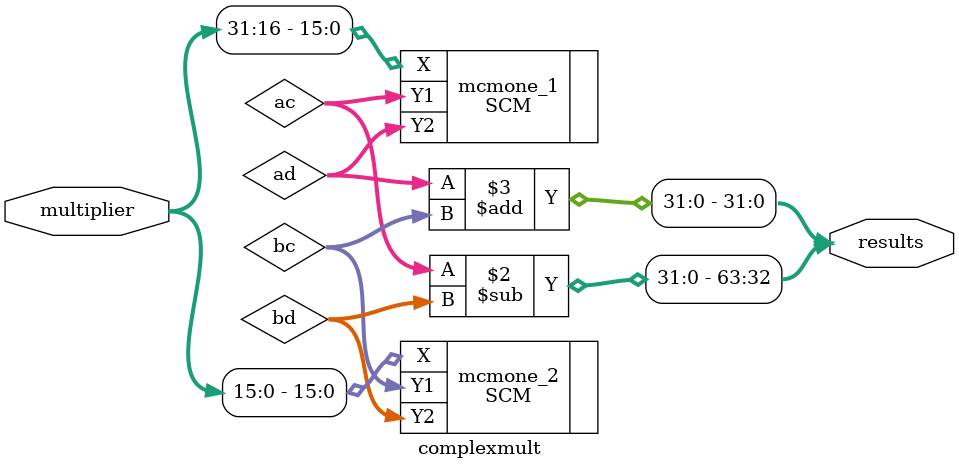
<source format=v>
/*
-- Arish Alreja: ECE 4902 Special Problems Spring 2006
-- School of Electrical & Computer Engineering
-- Georgia Institute of Technology
-- Atlanta, GA 30332
--
-- 64 point FFT Processor 
--		
-- fixed point complex multiplier */

module complexmult (
    multiplier,
    results
);

  // Port mode declarations:
  input  signed  [31:00] multiplier;
  output signed  [63:00] results;


  reg  [63:00] results;
  wire [31:00] ac,ad,bc,bd	;	
  
  SCM mcmone_1(
        .X             (multiplier[31:16]),
        .Y1            (ac),
        .Y2            (ad)
        );
       
  SCM mcmone_2(
        .X             (multiplier[15:00]),
        .Y1            (bc),
        .Y2            (bd) //Note it will give +bd
        );
        
 
always @(ac or bd or ad or bc) 
begin
    results[63:32] = $signed(ac - bd);
    results[31:00] = $signed(ad + bc);
end

endmodule 

//complexmultiplier
</source>
